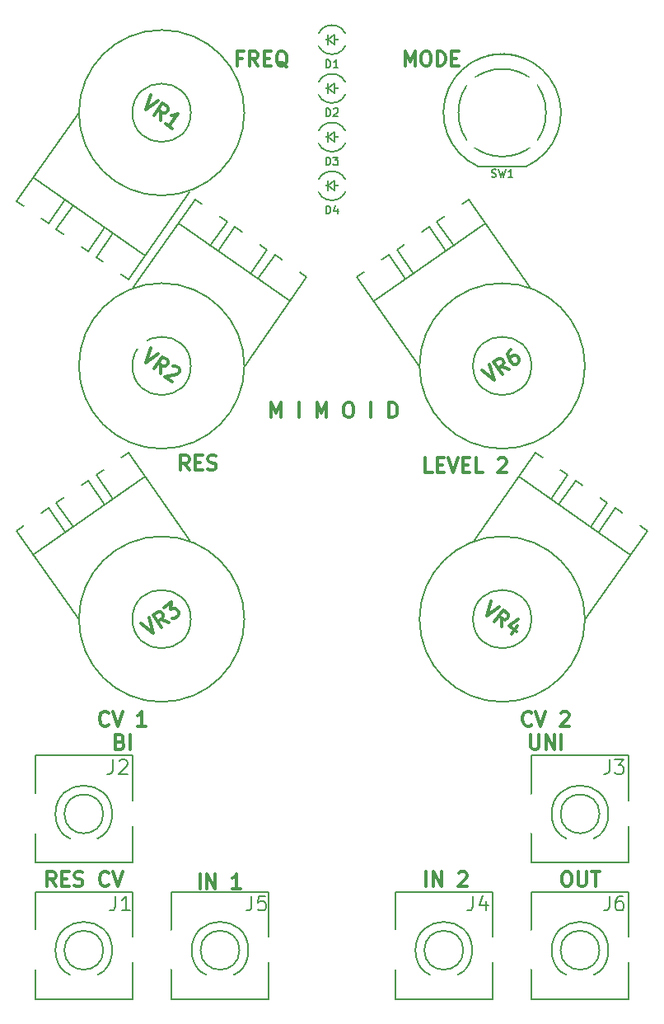
<source format=gto>
G04 #@! TF.FileFunction,Legend,Top*
%FSLAX46Y46*%
G04 Gerber Fmt 4.6, Leading zero omitted, Abs format (unit mm)*
G04 Created by KiCad (PCBNEW 4.0.2-stable) date 2017-12-28 3:27:39 PM*
%MOMM*%
G01*
G04 APERTURE LIST*
%ADD10C,0.100000*%
%ADD11C,0.300000*%
%ADD12C,0.150000*%
%ADD13C,0.304800*%
%ADD14C,0.152400*%
%ADD15C,2.098980*%
%ADD16C,2.350000*%
%ADD17C,2.600000*%
%ADD18R,1.300000X1.300000*%
%ADD19C,1.300000*%
%ADD20O,2.600000X4.100000*%
%ADD21O,2.100000X2.600000*%
%ADD22O,3.600000X1.600000*%
%ADD23R,1.827200X1.827200*%
%ADD24O,1.827200X1.827200*%
%ADD25C,1.624000*%
G04 APERTURE END LIST*
D10*
D11*
X52035714Y-15678571D02*
X52035714Y-14178571D01*
X52535714Y-15250000D01*
X53035714Y-14178571D01*
X53035714Y-15678571D01*
X54035714Y-14178571D02*
X54321428Y-14178571D01*
X54464286Y-14250000D01*
X54607143Y-14392857D01*
X54678571Y-14678571D01*
X54678571Y-15178571D01*
X54607143Y-15464286D01*
X54464286Y-15607143D01*
X54321428Y-15678571D01*
X54035714Y-15678571D01*
X53892857Y-15607143D01*
X53750000Y-15464286D01*
X53678571Y-15178571D01*
X53678571Y-14678571D01*
X53750000Y-14392857D01*
X53892857Y-14250000D01*
X54035714Y-14178571D01*
X55321429Y-15678571D02*
X55321429Y-14178571D01*
X55678572Y-14178571D01*
X55892857Y-14250000D01*
X56035715Y-14392857D01*
X56107143Y-14535714D01*
X56178572Y-14821429D01*
X56178572Y-15035714D01*
X56107143Y-15321429D01*
X56035715Y-15464286D01*
X55892857Y-15607143D01*
X55678572Y-15678571D01*
X55321429Y-15678571D01*
X56821429Y-14892857D02*
X57321429Y-14892857D01*
X57535715Y-15678571D02*
X56821429Y-15678571D01*
X56821429Y-14178571D01*
X57535715Y-14178571D01*
X35250000Y-14892857D02*
X34750000Y-14892857D01*
X34750000Y-15678571D02*
X34750000Y-14178571D01*
X35464286Y-14178571D01*
X36892857Y-15678571D02*
X36392857Y-14964286D01*
X36035714Y-15678571D02*
X36035714Y-14178571D01*
X36607142Y-14178571D01*
X36750000Y-14250000D01*
X36821428Y-14321429D01*
X36892857Y-14464286D01*
X36892857Y-14678571D01*
X36821428Y-14821429D01*
X36750000Y-14892857D01*
X36607142Y-14964286D01*
X36035714Y-14964286D01*
X37535714Y-14892857D02*
X38035714Y-14892857D01*
X38250000Y-15678571D02*
X37535714Y-15678571D01*
X37535714Y-14178571D01*
X38250000Y-14178571D01*
X39892857Y-15821429D02*
X39750000Y-15750000D01*
X39607143Y-15607143D01*
X39392857Y-15392857D01*
X39250000Y-15321429D01*
X39107143Y-15321429D01*
X39178571Y-15678571D02*
X39035714Y-15607143D01*
X38892857Y-15464286D01*
X38821428Y-15178571D01*
X38821428Y-14678571D01*
X38892857Y-14392857D01*
X39035714Y-14250000D01*
X39178571Y-14178571D01*
X39464285Y-14178571D01*
X39607143Y-14250000D01*
X39750000Y-14392857D01*
X39821428Y-14678571D01*
X39821428Y-15178571D01*
X39750000Y-15464286D01*
X39607143Y-15607143D01*
X39464285Y-15678571D01*
X39178571Y-15678571D01*
X29821429Y-57178571D02*
X29321429Y-56464286D01*
X28964286Y-57178571D02*
X28964286Y-55678571D01*
X29535714Y-55678571D01*
X29678572Y-55750000D01*
X29750000Y-55821429D01*
X29821429Y-55964286D01*
X29821429Y-56178571D01*
X29750000Y-56321429D01*
X29678572Y-56392857D01*
X29535714Y-56464286D01*
X28964286Y-56464286D01*
X30464286Y-56392857D02*
X30964286Y-56392857D01*
X31178572Y-57178571D02*
X30464286Y-57178571D01*
X30464286Y-55678571D01*
X31178572Y-55678571D01*
X31750000Y-57107143D02*
X31964286Y-57178571D01*
X32321429Y-57178571D01*
X32464286Y-57107143D01*
X32535715Y-57035714D01*
X32607143Y-56892857D01*
X32607143Y-56750000D01*
X32535715Y-56607143D01*
X32464286Y-56535714D01*
X32321429Y-56464286D01*
X32035715Y-56392857D01*
X31892857Y-56321429D01*
X31821429Y-56250000D01*
X31750000Y-56107143D01*
X31750000Y-55964286D01*
X31821429Y-55821429D01*
X31892857Y-55750000D01*
X32035715Y-55678571D01*
X32392857Y-55678571D01*
X32607143Y-55750000D01*
X54821429Y-57428571D02*
X54107143Y-57428571D01*
X54107143Y-55928571D01*
X55321429Y-56642857D02*
X55821429Y-56642857D01*
X56035715Y-57428571D02*
X55321429Y-57428571D01*
X55321429Y-55928571D01*
X56035715Y-55928571D01*
X56464286Y-55928571D02*
X56964286Y-57428571D01*
X57464286Y-55928571D01*
X57964286Y-56642857D02*
X58464286Y-56642857D01*
X58678572Y-57428571D02*
X57964286Y-57428571D01*
X57964286Y-55928571D01*
X58678572Y-55928571D01*
X60035715Y-57428571D02*
X59321429Y-57428571D01*
X59321429Y-55928571D01*
X61607143Y-56071429D02*
X61678572Y-56000000D01*
X61821429Y-55928571D01*
X62178572Y-55928571D01*
X62321429Y-56000000D01*
X62392858Y-56071429D01*
X62464286Y-56214286D01*
X62464286Y-56357143D01*
X62392858Y-56571429D01*
X61535715Y-57428571D01*
X62464286Y-57428571D01*
X68500000Y-98428571D02*
X68785714Y-98428571D01*
X68928572Y-98500000D01*
X69071429Y-98642857D01*
X69142857Y-98928571D01*
X69142857Y-99428571D01*
X69071429Y-99714286D01*
X68928572Y-99857143D01*
X68785714Y-99928571D01*
X68500000Y-99928571D01*
X68357143Y-99857143D01*
X68214286Y-99714286D01*
X68142857Y-99428571D01*
X68142857Y-98928571D01*
X68214286Y-98642857D01*
X68357143Y-98500000D01*
X68500000Y-98428571D01*
X69785715Y-98428571D02*
X69785715Y-99642857D01*
X69857143Y-99785714D01*
X69928572Y-99857143D01*
X70071429Y-99928571D01*
X70357143Y-99928571D01*
X70500001Y-99857143D01*
X70571429Y-99785714D01*
X70642858Y-99642857D01*
X70642858Y-98428571D01*
X71142858Y-98428571D02*
X72000001Y-98428571D01*
X71571430Y-99928571D02*
X71571430Y-98428571D01*
X54178572Y-99928571D02*
X54178572Y-98428571D01*
X54892858Y-99928571D02*
X54892858Y-98428571D01*
X55750001Y-99928571D01*
X55750001Y-98428571D01*
X57535715Y-98571429D02*
X57607144Y-98500000D01*
X57750001Y-98428571D01*
X58107144Y-98428571D01*
X58250001Y-98500000D01*
X58321430Y-98571429D01*
X58392858Y-98714286D01*
X58392858Y-98857143D01*
X58321430Y-99071429D01*
X57464287Y-99928571D01*
X58392858Y-99928571D01*
X30928572Y-100178571D02*
X30928572Y-98678571D01*
X31642858Y-100178571D02*
X31642858Y-98678571D01*
X32500001Y-100178571D01*
X32500001Y-98678571D01*
X35142858Y-100178571D02*
X34285715Y-100178571D01*
X34714287Y-100178571D02*
X34714287Y-98678571D01*
X34571430Y-98892857D01*
X34428572Y-99035714D01*
X34285715Y-99107143D01*
X16107144Y-99928571D02*
X15607144Y-99214286D01*
X15250001Y-99928571D02*
X15250001Y-98428571D01*
X15821429Y-98428571D01*
X15964287Y-98500000D01*
X16035715Y-98571429D01*
X16107144Y-98714286D01*
X16107144Y-98928571D01*
X16035715Y-99071429D01*
X15964287Y-99142857D01*
X15821429Y-99214286D01*
X15250001Y-99214286D01*
X16750001Y-99142857D02*
X17250001Y-99142857D01*
X17464287Y-99928571D02*
X16750001Y-99928571D01*
X16750001Y-98428571D01*
X17464287Y-98428571D01*
X18035715Y-99857143D02*
X18250001Y-99928571D01*
X18607144Y-99928571D01*
X18750001Y-99857143D01*
X18821430Y-99785714D01*
X18892858Y-99642857D01*
X18892858Y-99500000D01*
X18821430Y-99357143D01*
X18750001Y-99285714D01*
X18607144Y-99214286D01*
X18321430Y-99142857D01*
X18178572Y-99071429D01*
X18107144Y-99000000D01*
X18035715Y-98857143D01*
X18035715Y-98714286D01*
X18107144Y-98571429D01*
X18178572Y-98500000D01*
X18321430Y-98428571D01*
X18678572Y-98428571D01*
X18892858Y-98500000D01*
X21535715Y-99785714D02*
X21464286Y-99857143D01*
X21250000Y-99928571D01*
X21107143Y-99928571D01*
X20892858Y-99857143D01*
X20750000Y-99714286D01*
X20678572Y-99571429D01*
X20607143Y-99285714D01*
X20607143Y-99071429D01*
X20678572Y-98785714D01*
X20750000Y-98642857D01*
X20892858Y-98500000D01*
X21107143Y-98428571D01*
X21250000Y-98428571D01*
X21464286Y-98500000D01*
X21535715Y-98571429D01*
X21964286Y-98428571D02*
X22464286Y-99928571D01*
X22964286Y-98428571D01*
X21535715Y-83335714D02*
X21464286Y-83407143D01*
X21250000Y-83478571D01*
X21107143Y-83478571D01*
X20892858Y-83407143D01*
X20750000Y-83264286D01*
X20678572Y-83121429D01*
X20607143Y-82835714D01*
X20607143Y-82621429D01*
X20678572Y-82335714D01*
X20750000Y-82192857D01*
X20892858Y-82050000D01*
X21107143Y-81978571D01*
X21250000Y-81978571D01*
X21464286Y-82050000D01*
X21535715Y-82121429D01*
X21964286Y-81978571D02*
X22464286Y-83478571D01*
X22964286Y-81978571D01*
X25392857Y-83478571D02*
X24535714Y-83478571D01*
X24964286Y-83478571D02*
X24964286Y-81978571D01*
X24821429Y-82192857D01*
X24678571Y-82335714D01*
X24535714Y-82407143D01*
X22750000Y-85092857D02*
X22964286Y-85164286D01*
X23035714Y-85235714D01*
X23107143Y-85378571D01*
X23107143Y-85592857D01*
X23035714Y-85735714D01*
X22964286Y-85807143D01*
X22821428Y-85878571D01*
X22250000Y-85878571D01*
X22250000Y-84378571D01*
X22750000Y-84378571D01*
X22892857Y-84450000D01*
X22964286Y-84521429D01*
X23035714Y-84664286D01*
X23035714Y-84807143D01*
X22964286Y-84950000D01*
X22892857Y-85021429D01*
X22750000Y-85092857D01*
X22250000Y-85092857D01*
X23750000Y-85878571D02*
X23750000Y-84378571D01*
X65035715Y-83335714D02*
X64964286Y-83407143D01*
X64750000Y-83478571D01*
X64607143Y-83478571D01*
X64392858Y-83407143D01*
X64250000Y-83264286D01*
X64178572Y-83121429D01*
X64107143Y-82835714D01*
X64107143Y-82621429D01*
X64178572Y-82335714D01*
X64250000Y-82192857D01*
X64392858Y-82050000D01*
X64607143Y-81978571D01*
X64750000Y-81978571D01*
X64964286Y-82050000D01*
X65035715Y-82121429D01*
X65464286Y-81978571D02*
X65964286Y-83478571D01*
X66464286Y-81978571D01*
X68035714Y-82121429D02*
X68107143Y-82050000D01*
X68250000Y-81978571D01*
X68607143Y-81978571D01*
X68750000Y-82050000D01*
X68821429Y-82121429D01*
X68892857Y-82264286D01*
X68892857Y-82407143D01*
X68821429Y-82621429D01*
X67964286Y-83478571D01*
X68892857Y-83478571D01*
X64928571Y-84378571D02*
X64928571Y-85592857D01*
X64999999Y-85735714D01*
X65071428Y-85807143D01*
X65214285Y-85878571D01*
X65499999Y-85878571D01*
X65642857Y-85807143D01*
X65714285Y-85735714D01*
X65785714Y-85592857D01*
X65785714Y-84378571D01*
X66500000Y-85878571D02*
X66500000Y-84378571D01*
X67357143Y-85878571D01*
X67357143Y-84378571D01*
X68071429Y-85878571D02*
X68071429Y-84378571D01*
X38235714Y-51778571D02*
X38235714Y-50278571D01*
X38735714Y-51350000D01*
X39235714Y-50278571D01*
X39235714Y-51778571D01*
X41092857Y-51778571D02*
X41092857Y-50278571D01*
X42950000Y-51778571D02*
X42950000Y-50278571D01*
X43450000Y-51350000D01*
X43950000Y-50278571D01*
X43950000Y-51778571D01*
X46092857Y-50278571D02*
X46378571Y-50278571D01*
X46521429Y-50350000D01*
X46664286Y-50492857D01*
X46735714Y-50778571D01*
X46735714Y-51278571D01*
X46664286Y-51564286D01*
X46521429Y-51707143D01*
X46378571Y-51778571D01*
X46092857Y-51778571D01*
X45950000Y-51707143D01*
X45807143Y-51564286D01*
X45735714Y-51278571D01*
X45735714Y-50778571D01*
X45807143Y-50492857D01*
X45950000Y-50350000D01*
X46092857Y-50278571D01*
X48521429Y-51778571D02*
X48521429Y-50278571D01*
X50378572Y-51778571D02*
X50378572Y-50278571D01*
X50735715Y-50278571D01*
X50950000Y-50350000D01*
X51092858Y-50492857D01*
X51164286Y-50635714D01*
X51235715Y-50921429D01*
X51235715Y-51135714D01*
X51164286Y-51421429D01*
X51092858Y-51564286D01*
X50950000Y-51707143D01*
X50735715Y-51778571D01*
X50378572Y-51778571D01*
D12*
X17086050Y-29428247D02*
X15365321Y-31885703D01*
X15365321Y-31885703D02*
X12088713Y-29591398D01*
X21181810Y-32296129D02*
X19461081Y-34753586D01*
X19461081Y-34753586D02*
X16184473Y-32459280D01*
X16184473Y-32459280D02*
X17905202Y-30001824D01*
X23556841Y-37621468D02*
X20280233Y-35327162D01*
X20280233Y-35327162D02*
X22000962Y-32869706D01*
X13809442Y-27133942D02*
X25277571Y-35164012D01*
X23556841Y-37621468D02*
X29866182Y-28610795D01*
X12088713Y-29591398D02*
X18398054Y-20580725D01*
X30000000Y-20500000D02*
G75*
G03X30000000Y-20500000I-3000000J0D01*
G01*
X35500000Y-20500000D02*
G75*
G03X35500000Y-20500000I-8500000J0D01*
G01*
X64500000Y-15000000D02*
G75*
G03X56500000Y-18000000I-2500000J-5500000D01*
G01*
X67500000Y-18000000D02*
G75*
G03X59500000Y-15000000I-5500000J-2500000D01*
G01*
X64500000Y-26000000D02*
G75*
G03X67500000Y-18000000I-2500000J5500000D01*
G01*
X56500000Y-18000000D02*
G75*
G03X59500000Y-26000000I5500000J-2500000D01*
G01*
X64500000Y-26000000D02*
X59500000Y-26000000D01*
X66500000Y-20500000D02*
G75*
G03X66500000Y-20500000I-4500000J0D01*
G01*
X43200000Y-28000000D02*
X43000000Y-28000000D01*
X45700000Y-28000000D02*
X46000000Y-28000000D01*
X44100000Y-28000000D02*
X43200000Y-28000000D01*
X45700000Y-28000000D02*
X44800000Y-28000000D01*
X44100000Y-28500000D02*
X44100000Y-27500000D01*
X44800000Y-28500000D02*
X44800000Y-27500000D01*
X44800000Y-27500000D02*
X44100000Y-28000000D01*
X44100000Y-28000000D02*
X44800000Y-28500000D01*
X46000000Y-28000000D02*
G75*
G03X46000000Y-28000000I-1500000J0D01*
G01*
X43200000Y-23000000D02*
X43000000Y-23000000D01*
X45700000Y-23000000D02*
X46000000Y-23000000D01*
X44100000Y-23000000D02*
X43200000Y-23000000D01*
X45700000Y-23000000D02*
X44800000Y-23000000D01*
X44100000Y-23500000D02*
X44100000Y-22500000D01*
X44800000Y-23500000D02*
X44800000Y-22500000D01*
X44800000Y-22500000D02*
X44100000Y-23000000D01*
X44100000Y-23000000D02*
X44800000Y-23500000D01*
X46000000Y-23000000D02*
G75*
G03X46000000Y-23000000I-1500000J0D01*
G01*
X43200000Y-18000000D02*
X43000000Y-18000000D01*
X45700000Y-18000000D02*
X46000000Y-18000000D01*
X44100000Y-18000000D02*
X43200000Y-18000000D01*
X45700000Y-18000000D02*
X44800000Y-18000000D01*
X44100000Y-18500000D02*
X44100000Y-17500000D01*
X44800000Y-18500000D02*
X44800000Y-17500000D01*
X44800000Y-17500000D02*
X44100000Y-18000000D01*
X44100000Y-18000000D02*
X44800000Y-18500000D01*
X46000000Y-18000000D02*
G75*
G03X46000000Y-18000000I-1500000J0D01*
G01*
X43200000Y-13000000D02*
X43000000Y-13000000D01*
X45700000Y-13000000D02*
X46000000Y-13000000D01*
X44100000Y-13000000D02*
X43200000Y-13000000D01*
X45700000Y-13000000D02*
X44800000Y-13000000D01*
X44100000Y-13500000D02*
X44100000Y-12500000D01*
X44800000Y-13500000D02*
X44800000Y-12500000D01*
X44800000Y-12500000D02*
X44100000Y-13000000D01*
X44100000Y-13000000D02*
X44800000Y-13500000D01*
X46000000Y-13000000D02*
G75*
G03X46000000Y-13000000I-1500000J0D01*
G01*
X36913950Y-37571753D02*
X38634679Y-35114297D01*
X38634679Y-35114297D02*
X41911287Y-37408602D01*
X32818190Y-34703871D02*
X34538919Y-32246414D01*
X34538919Y-32246414D02*
X37815527Y-34540720D01*
X37815527Y-34540720D02*
X36094798Y-36998176D01*
X30443159Y-29378532D02*
X33719767Y-31672838D01*
X33719767Y-31672838D02*
X31999038Y-34130294D01*
X40190558Y-39866058D02*
X28722429Y-31835988D01*
X30443159Y-29378532D02*
X24133818Y-38389205D01*
X41911287Y-37408602D02*
X35601946Y-46419275D01*
X30000000Y-46500000D02*
G75*
G03X30000000Y-46500000I-3000000J0D01*
G01*
X35500000Y-46500000D02*
G75*
G03X35500000Y-46500000I-8500000J0D01*
G01*
X22000962Y-60130294D02*
X20280233Y-57672838D01*
X20280233Y-57672838D02*
X23556841Y-55378532D01*
X17905202Y-62998176D02*
X16184473Y-60540720D01*
X16184473Y-60540720D02*
X19461081Y-58246414D01*
X19461081Y-58246414D02*
X21181810Y-60703871D01*
X12088713Y-63408602D02*
X15365321Y-61114297D01*
X15365321Y-61114297D02*
X17086050Y-63571753D01*
X25277571Y-57835988D02*
X13809442Y-65866058D01*
X12088713Y-63408602D02*
X18398054Y-72419275D01*
X23556841Y-55378532D02*
X29866182Y-64389205D01*
X30000000Y-72500000D02*
G75*
G03X30000000Y-72500000I-3000000J0D01*
G01*
X35500000Y-72500000D02*
G75*
G03X35500000Y-72500000I-8500000J0D01*
G01*
X71913950Y-63571753D02*
X73634679Y-61114297D01*
X73634679Y-61114297D02*
X76911287Y-63408602D01*
X67818190Y-60703871D02*
X69538919Y-58246414D01*
X69538919Y-58246414D02*
X72815527Y-60540720D01*
X72815527Y-60540720D02*
X71094798Y-62998176D01*
X65443159Y-55378532D02*
X68719767Y-57672838D01*
X68719767Y-57672838D02*
X66999038Y-60130294D01*
X75190558Y-65866058D02*
X63722429Y-57835988D01*
X65443159Y-55378532D02*
X59133818Y-64389205D01*
X76911287Y-63408602D02*
X70601946Y-72419275D01*
X65000000Y-72500000D02*
G75*
G03X65000000Y-72500000I-3000000J0D01*
G01*
X70500000Y-72500000D02*
G75*
G03X70500000Y-72500000I-8500000J0D01*
G01*
X57000962Y-34130294D02*
X55280233Y-31672838D01*
X55280233Y-31672838D02*
X58556841Y-29378532D01*
X52905202Y-36998176D02*
X51184473Y-34540720D01*
X51184473Y-34540720D02*
X54461081Y-32246414D01*
X54461081Y-32246414D02*
X56181810Y-34703871D01*
X47088713Y-37408602D02*
X50365321Y-35114297D01*
X50365321Y-35114297D02*
X52086050Y-37571753D01*
X60277571Y-31835988D02*
X48809442Y-39866058D01*
X47088713Y-37408602D02*
X53398054Y-46419275D01*
X58556841Y-29378532D02*
X64866182Y-38389205D01*
X65000000Y-46500000D02*
G75*
G03X65000000Y-46500000I-3000000J0D01*
G01*
X70500000Y-46500000D02*
G75*
G03X70500000Y-46500000I-8500000J0D01*
G01*
X21915476Y-106500000D02*
G75*
G03X21915476Y-106500000I-2915476J0D01*
G01*
X24000000Y-111500000D02*
X14000000Y-111500000D01*
X14000000Y-111500000D02*
X14000000Y-100500000D01*
X14000000Y-100500000D02*
X24000000Y-100500000D01*
X24000000Y-100500000D02*
X24000000Y-111500000D01*
X21000000Y-106500000D02*
G75*
G03X21000000Y-106500000I-2000000J0D01*
G01*
X21915476Y-92500000D02*
G75*
G03X21915476Y-92500000I-2915476J0D01*
G01*
X24000000Y-97500000D02*
X14000000Y-97500000D01*
X14000000Y-97500000D02*
X14000000Y-86500000D01*
X14000000Y-86500000D02*
X24000000Y-86500000D01*
X24000000Y-86500000D02*
X24000000Y-97500000D01*
X21000000Y-92500000D02*
G75*
G03X21000000Y-92500000I-2000000J0D01*
G01*
X72915476Y-92500000D02*
G75*
G03X72915476Y-92500000I-2915476J0D01*
G01*
X75000000Y-97500000D02*
X65000000Y-97500000D01*
X65000000Y-97500000D02*
X65000000Y-86500000D01*
X65000000Y-86500000D02*
X75000000Y-86500000D01*
X75000000Y-86500000D02*
X75000000Y-97500000D01*
X72000000Y-92500000D02*
G75*
G03X72000000Y-92500000I-2000000J0D01*
G01*
X58915476Y-106500000D02*
G75*
G03X58915476Y-106500000I-2915476J0D01*
G01*
X61000000Y-111500000D02*
X51000000Y-111500000D01*
X51000000Y-111500000D02*
X51000000Y-100500000D01*
X51000000Y-100500000D02*
X61000000Y-100500000D01*
X61000000Y-100500000D02*
X61000000Y-111500000D01*
X58000000Y-106500000D02*
G75*
G03X58000000Y-106500000I-2000000J0D01*
G01*
X35915476Y-106500000D02*
G75*
G03X35915476Y-106500000I-2915476J0D01*
G01*
X38000000Y-111500000D02*
X28000000Y-111500000D01*
X28000000Y-111500000D02*
X28000000Y-100500000D01*
X28000000Y-100500000D02*
X38000000Y-100500000D01*
X38000000Y-100500000D02*
X38000000Y-111500000D01*
X35000000Y-106500000D02*
G75*
G03X35000000Y-106500000I-2000000J0D01*
G01*
X72915476Y-106500000D02*
G75*
G03X72915476Y-106500000I-2915476J0D01*
G01*
X75000000Y-111500000D02*
X65000000Y-111500000D01*
X65000000Y-111500000D02*
X65000000Y-100500000D01*
X65000000Y-100500000D02*
X75000000Y-100500000D01*
X75000000Y-100500000D02*
X75000000Y-111500000D01*
X72000000Y-106500000D02*
G75*
G03X72000000Y-106500000I-2000000J0D01*
G01*
D13*
X25843897Y-18671665D02*
X25385896Y-20211429D01*
X26676156Y-19254419D01*
X26931519Y-21293686D02*
X26931642Y-20407838D01*
X26218154Y-20794183D02*
X27092285Y-19545795D01*
X27567862Y-19878798D01*
X27645130Y-20021495D01*
X27662952Y-20122567D01*
X27639148Y-20283086D01*
X27514272Y-20461428D01*
X27371576Y-20538696D01*
X27270502Y-20556518D01*
X27109984Y-20532715D01*
X26634407Y-20199712D01*
X28120460Y-22126192D02*
X27407095Y-21626689D01*
X27763777Y-21876440D02*
X28637908Y-20628052D01*
X28394138Y-20723142D01*
X28191994Y-20758787D01*
X28031475Y-20734983D01*
D14*
X60916267Y-27078990D02*
X61032381Y-27117695D01*
X61225905Y-27117695D01*
X61303315Y-27078990D01*
X61342019Y-27040286D01*
X61380724Y-26962876D01*
X61380724Y-26885467D01*
X61342019Y-26808057D01*
X61303315Y-26769352D01*
X61225905Y-26730648D01*
X61071086Y-26691943D01*
X60993677Y-26653238D01*
X60954972Y-26614533D01*
X60916267Y-26537124D01*
X60916267Y-26459714D01*
X60954972Y-26382305D01*
X60993677Y-26343600D01*
X61071086Y-26304895D01*
X61264610Y-26304895D01*
X61380724Y-26343600D01*
X61651657Y-26304895D02*
X61845181Y-27117695D01*
X62000000Y-26537124D01*
X62154819Y-27117695D01*
X62348343Y-26304895D01*
X63083733Y-27117695D02*
X62619276Y-27117695D01*
X62851505Y-27117695D02*
X62851505Y-26304895D01*
X62774095Y-26421010D01*
X62696686Y-26498419D01*
X62619276Y-26537124D01*
D12*
X43900077Y-30867695D02*
X43900077Y-30054895D01*
X44093601Y-30054895D01*
X44209715Y-30093600D01*
X44287124Y-30171010D01*
X44325829Y-30248419D01*
X44364534Y-30403238D01*
X44364534Y-30519352D01*
X44325829Y-30674171D01*
X44287124Y-30751581D01*
X44209715Y-30828990D01*
X44093601Y-30867695D01*
X43900077Y-30867695D01*
X45061220Y-30325829D02*
X45061220Y-30867695D01*
X44867696Y-30016190D02*
X44674172Y-30596762D01*
X45177334Y-30596762D01*
X43900077Y-25867695D02*
X43900077Y-25054895D01*
X44093601Y-25054895D01*
X44209715Y-25093600D01*
X44287124Y-25171010D01*
X44325829Y-25248419D01*
X44364534Y-25403238D01*
X44364534Y-25519352D01*
X44325829Y-25674171D01*
X44287124Y-25751581D01*
X44209715Y-25828990D01*
X44093601Y-25867695D01*
X43900077Y-25867695D01*
X44635467Y-25054895D02*
X45138629Y-25054895D01*
X44867696Y-25364533D01*
X44983810Y-25364533D01*
X45061220Y-25403238D01*
X45099924Y-25441943D01*
X45138629Y-25519352D01*
X45138629Y-25712876D01*
X45099924Y-25790286D01*
X45061220Y-25828990D01*
X44983810Y-25867695D01*
X44751582Y-25867695D01*
X44674172Y-25828990D01*
X44635467Y-25790286D01*
X43900077Y-20867695D02*
X43900077Y-20054895D01*
X44093601Y-20054895D01*
X44209715Y-20093600D01*
X44287124Y-20171010D01*
X44325829Y-20248419D01*
X44364534Y-20403238D01*
X44364534Y-20519352D01*
X44325829Y-20674171D01*
X44287124Y-20751581D01*
X44209715Y-20828990D01*
X44093601Y-20867695D01*
X43900077Y-20867695D01*
X44674172Y-20132305D02*
X44712877Y-20093600D01*
X44790286Y-20054895D01*
X44983810Y-20054895D01*
X45061220Y-20093600D01*
X45099924Y-20132305D01*
X45138629Y-20209714D01*
X45138629Y-20287124D01*
X45099924Y-20403238D01*
X44635467Y-20867695D01*
X45138629Y-20867695D01*
X43900077Y-15867695D02*
X43900077Y-15054895D01*
X44093601Y-15054895D01*
X44209715Y-15093600D01*
X44287124Y-15171010D01*
X44325829Y-15248419D01*
X44364534Y-15403238D01*
X44364534Y-15519352D01*
X44325829Y-15674171D01*
X44287124Y-15751581D01*
X44209715Y-15828990D01*
X44093601Y-15867695D01*
X43900077Y-15867695D01*
X45138629Y-15867695D02*
X44674172Y-15867695D01*
X44906401Y-15867695D02*
X44906401Y-15054895D01*
X44828991Y-15171010D01*
X44751582Y-15248419D01*
X44674172Y-15287124D01*
D13*
X25843897Y-44671665D02*
X25385896Y-46211429D01*
X26676156Y-45254419D01*
X26931519Y-47293686D02*
X26931642Y-46407838D01*
X26218154Y-46794183D02*
X27092285Y-45545795D01*
X27567862Y-45878798D01*
X27645130Y-46021495D01*
X27662952Y-46122567D01*
X27639148Y-46283086D01*
X27514272Y-46461428D01*
X27371576Y-46538696D01*
X27270502Y-46556518D01*
X27109984Y-46532715D01*
X26634407Y-46199712D01*
X28197976Y-46497194D02*
X28299047Y-46479373D01*
X28459567Y-46503177D01*
X28756802Y-46711303D01*
X28834071Y-46854000D01*
X28851893Y-46955072D01*
X28828089Y-47115592D01*
X28744839Y-47234486D01*
X28560516Y-47371201D01*
X27347648Y-47585063D01*
X28120460Y-48126192D01*
X24886517Y-72961054D02*
X26176776Y-73918065D01*
X25718775Y-72378300D01*
X27722399Y-72835808D02*
X26890017Y-72532714D01*
X27009035Y-73335311D02*
X26134904Y-72086923D01*
X26610481Y-71753921D01*
X26770999Y-71730118D01*
X26872072Y-71747939D01*
X27014769Y-71825208D01*
X27139645Y-72003550D01*
X27163449Y-72164068D01*
X27145627Y-72265141D01*
X27068358Y-72407838D01*
X26592782Y-72740840D01*
X27264398Y-71296044D02*
X28037210Y-70754915D01*
X27954082Y-71521868D01*
X28132423Y-71396992D01*
X28292942Y-71373188D01*
X28394015Y-71391011D01*
X28536713Y-71468279D01*
X28744839Y-71765514D01*
X28768642Y-71926034D01*
X28750820Y-72027106D01*
X28673552Y-72169804D01*
X28316870Y-72419555D01*
X28156350Y-72443358D01*
X28055278Y-72425537D01*
X60843897Y-70671665D02*
X60385896Y-72211429D01*
X61676156Y-71254419D01*
X61931519Y-73293686D02*
X61931642Y-72407838D01*
X61218154Y-72794183D02*
X62092285Y-71545795D01*
X62567862Y-71878798D01*
X62645130Y-72021495D01*
X62662952Y-72122567D01*
X62639148Y-72283086D01*
X62514272Y-72461428D01*
X62371576Y-72538696D01*
X62270502Y-72556518D01*
X62109984Y-72532715D01*
X61634407Y-72199712D01*
X63584319Y-73210683D02*
X63001565Y-74042941D01*
X63620086Y-72526980D02*
X62698472Y-73210559D01*
X63471283Y-73751687D01*
X59886517Y-46961054D02*
X61176776Y-47918065D01*
X60718775Y-46378300D01*
X62722399Y-46835808D02*
X61890017Y-46532714D01*
X62009035Y-47335311D02*
X61134904Y-46086923D01*
X61610481Y-45753921D01*
X61770999Y-45730118D01*
X61872072Y-45747939D01*
X62014769Y-45825208D01*
X62139645Y-46003550D01*
X62163449Y-46164068D01*
X62145627Y-46265141D01*
X62068358Y-46407838D01*
X61592782Y-46740840D01*
X62918315Y-44838166D02*
X62680527Y-45004667D01*
X62603258Y-45147364D01*
X62585436Y-45248436D01*
X62591418Y-45510028D01*
X62698472Y-45789441D01*
X63031475Y-46265017D01*
X63174172Y-46342287D01*
X63275244Y-46360108D01*
X63435763Y-46336305D01*
X63673552Y-46169804D01*
X63750820Y-46027106D01*
X63768642Y-45926034D01*
X63744839Y-45765514D01*
X63536713Y-45468279D01*
X63394015Y-45391011D01*
X63292942Y-45373188D01*
X63132423Y-45396992D01*
X62894635Y-45563493D01*
X62817366Y-45706190D01*
X62799544Y-45807263D01*
X62823348Y-45967782D01*
D12*
X22250000Y-100928571D02*
X22250000Y-102000000D01*
X22178572Y-102214286D01*
X22035715Y-102357143D01*
X21821429Y-102428571D01*
X21678572Y-102428571D01*
X23750000Y-102428571D02*
X22892857Y-102428571D01*
X23321429Y-102428571D02*
X23321429Y-100928571D01*
X23178572Y-101142857D01*
X23035714Y-101285714D01*
X22892857Y-101357143D01*
X22000000Y-86928571D02*
X22000000Y-88000000D01*
X21928572Y-88214286D01*
X21785715Y-88357143D01*
X21571429Y-88428571D01*
X21428572Y-88428571D01*
X22642857Y-87071429D02*
X22714286Y-87000000D01*
X22857143Y-86928571D01*
X23214286Y-86928571D01*
X23357143Y-87000000D01*
X23428572Y-87071429D01*
X23500000Y-87214286D01*
X23500000Y-87357143D01*
X23428572Y-87571429D01*
X22571429Y-88428571D01*
X23500000Y-88428571D01*
X73000000Y-86928571D02*
X73000000Y-88000000D01*
X72928572Y-88214286D01*
X72785715Y-88357143D01*
X72571429Y-88428571D01*
X72428572Y-88428571D01*
X73571429Y-86928571D02*
X74500000Y-86928571D01*
X74000000Y-87500000D01*
X74214286Y-87500000D01*
X74357143Y-87571429D01*
X74428572Y-87642857D01*
X74500000Y-87785714D01*
X74500000Y-88142857D01*
X74428572Y-88285714D01*
X74357143Y-88357143D01*
X74214286Y-88428571D01*
X73785714Y-88428571D01*
X73642857Y-88357143D01*
X73571429Y-88285714D01*
X59000000Y-100928571D02*
X59000000Y-102000000D01*
X58928572Y-102214286D01*
X58785715Y-102357143D01*
X58571429Y-102428571D01*
X58428572Y-102428571D01*
X60357143Y-101428571D02*
X60357143Y-102428571D01*
X60000000Y-100857143D02*
X59642857Y-101928571D01*
X60571429Y-101928571D01*
X36250000Y-100928571D02*
X36250000Y-102000000D01*
X36178572Y-102214286D01*
X36035715Y-102357143D01*
X35821429Y-102428571D01*
X35678572Y-102428571D01*
X37678572Y-100928571D02*
X36964286Y-100928571D01*
X36892857Y-101642857D01*
X36964286Y-101571429D01*
X37107143Y-101500000D01*
X37464286Y-101500000D01*
X37607143Y-101571429D01*
X37678572Y-101642857D01*
X37750000Y-101785714D01*
X37750000Y-102142857D01*
X37678572Y-102285714D01*
X37607143Y-102357143D01*
X37464286Y-102428571D01*
X37107143Y-102428571D01*
X36964286Y-102357143D01*
X36892857Y-102285714D01*
X73000000Y-100928571D02*
X73000000Y-102000000D01*
X72928572Y-102214286D01*
X72785715Y-102357143D01*
X72571429Y-102428571D01*
X72428572Y-102428571D01*
X74357143Y-100928571D02*
X74071429Y-100928571D01*
X73928572Y-101000000D01*
X73857143Y-101071429D01*
X73714286Y-101285714D01*
X73642857Y-101571429D01*
X73642857Y-102142857D01*
X73714286Y-102285714D01*
X73785714Y-102357143D01*
X73928572Y-102428571D01*
X74214286Y-102428571D01*
X74357143Y-102357143D01*
X74428572Y-102285714D01*
X74500000Y-102142857D01*
X74500000Y-101785714D01*
X74428572Y-101642857D01*
X74357143Y-101571429D01*
X74214286Y-101500000D01*
X73928572Y-101500000D01*
X73785714Y-101571429D01*
X73714286Y-101642857D01*
X73642857Y-101785714D01*
%LPC*%
D15*
X17822777Y-33606433D03*
X21918537Y-36474315D03*
X13727017Y-30738551D03*
D16*
X59500000Y-18000000D03*
X64500000Y-18000000D03*
X64500000Y-23000000D03*
X59500000Y-23000000D03*
D17*
X24250000Y-43500000D03*
X31500000Y-16250000D03*
D18*
X45770000Y-28000000D03*
D19*
X43230000Y-28000000D03*
D18*
X45770000Y-23000000D03*
D19*
X43230000Y-23000000D03*
D18*
X45770000Y-18000000D03*
D19*
X43230000Y-18000000D03*
D18*
X45770000Y-13000000D03*
D19*
X43230000Y-13000000D03*
D15*
X36177223Y-33393567D03*
X32081463Y-30525685D03*
X40272983Y-36261449D03*
X17822777Y-59393567D03*
X13727017Y-62261449D03*
X21918537Y-56525685D03*
X71177223Y-59393567D03*
X67081463Y-56525685D03*
X75272983Y-62261449D03*
X52822777Y-33393567D03*
X48727017Y-36261449D03*
X56918537Y-30525685D03*
D20*
X14300000Y-106500000D03*
D21*
X23700000Y-106500000D03*
D22*
X19000000Y-101600000D03*
X19000000Y-109800000D03*
D20*
X14300000Y-92500000D03*
D21*
X23700000Y-92500000D03*
D22*
X19000000Y-87600000D03*
X19000000Y-95800000D03*
D20*
X65300000Y-92500000D03*
D21*
X74700000Y-92500000D03*
D22*
X70000000Y-87600000D03*
X70000000Y-95800000D03*
D20*
X51300000Y-106500000D03*
D21*
X60700000Y-106500000D03*
D22*
X56000000Y-101600000D03*
X56000000Y-109800000D03*
D20*
X28300000Y-106500000D03*
D21*
X37700000Y-106500000D03*
D22*
X33000000Y-101600000D03*
X33000000Y-109800000D03*
D20*
X65300000Y-106500000D03*
D21*
X74700000Y-106500000D03*
D22*
X70000000Y-101600000D03*
X70000000Y-109800000D03*
D23*
X71250000Y-36500000D03*
D24*
X73790000Y-36500000D03*
X71250000Y-33960000D03*
X73790000Y-33960000D03*
X71250000Y-31420000D03*
X73790000Y-31420000D03*
X71250000Y-28880000D03*
X73790000Y-28880000D03*
X71250000Y-26340000D03*
X73790000Y-26340000D03*
D25*
X51000000Y-61500000D03*
X56000000Y-61500000D03*
X38000000Y-61500000D03*
X33000000Y-61500000D03*
X38000000Y-91500000D03*
X33000000Y-91500000D03*
X51000000Y-91500000D03*
X56000000Y-91500000D03*
M02*

</source>
